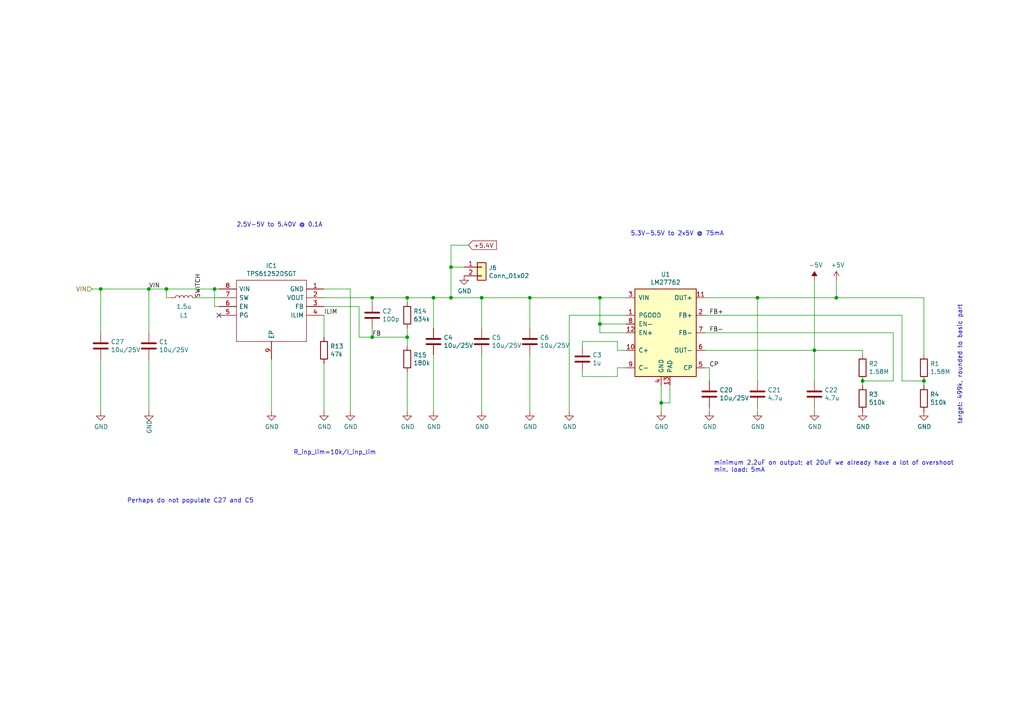
<source format=kicad_sch>
(kicad_sch (version 20211123) (generator eeschema)
  (paper "A4")
  (lib_symbols
    (symbol "BalancedAudioBox:TPS61252DSGT" (pin_names (offset 0.762))
      (property "Reference" "IC" (at 26.67 7.62 0))
      (property "Value" "TPS61252DSGT" (at 26.67 5.08 0))
      (symbol "TPS61252DSGT_0_0"
        (pin bidirectional line (at 0 0 0) (length 5.08) (name "GND") (number "1"))
        (pin bidirectional line (at 0 -2.54 0) (length 5.08) (name "VOUT") (number "2"))
        (pin bidirectional line (at 0 -5.08 0) (length 5.08) (name "FB") (number "3"))
        (pin bidirectional line (at 0 -7.62 0) (length 5.08) (name "ILIM") (number "4"))
        (pin bidirectional line (at 30.48 -7.62 180) (length 5.08) (name "PG") (number "5"))
        (pin bidirectional line (at 30.48 -5.08 180) (length 5.08) (name "EN") (number "6"))
        (pin bidirectional line (at 30.48 -2.54 180) (length 5.08) (name "SW") (number "7"))
        (pin bidirectional line (at 30.48 0 180) (length 5.08) (name "VIN") (number "8"))
        (pin bidirectional line (at 15.24 -20.32 90) (length 5.08) (name "EP") (number "9"))
      )
      (symbol "TPS61252DSGT_0_1"
        (polyline (pts (xy 5.08 2.54) (xy 25.4 2.54) (xy 25.4 -15.24) (xy 5.08 -15.24) (xy 5.08 2.54)) (stroke (width 0.1524)))
      )
    )
    (symbol "Connector_Generic:Conn_01x02" (pin_names (offset 1.016) hide)
      (property "Reference" "J" (at 0 2.54 0))
      (property "Value" "Conn_01x02" (at 0 -5.08 0))
      (symbol "Conn_01x02_1_1"
        (rectangle (start -1.27 -2.413) (end 0 -2.667) (stroke (width 0.1524)))
        (rectangle (start -1.27 0.127) (end 0 -0.127) (stroke (width 0.1524)))
        (rectangle (start -1.27 1.27) (end 1.27 -3.81) (stroke (width 0.254)) (fill (type background)))
        (pin passive line (at -5.08 0 0) (length 3.81) (name "Pin_1") (number "1"))
        (pin passive line (at -5.08 -2.54 0) (length 3.81) (name "Pin_2") (number "2"))
      )
    )
    (symbol "Device:C" (pin_numbers hide) (pin_names (offset 0.254))
      (property "Reference" "C" (at 0.635 2.54 0))
      (property "Value" "C" (at 0.635 -2.54 0))
      (symbol "C_0_1"
        (polyline (pts (xy -2.032 -0.762) (xy 2.032 -0.762)) (stroke (width 0.508)))
        (polyline (pts (xy -2.032 0.762) (xy 2.032 0.762)) (stroke (width 0.508)))
      )
      (symbol "C_1_1"
        (pin passive line (at 0 3.81 270) (length 2.794) (name "~") (number "1"))
        (pin passive line (at 0 -3.81 90) (length 2.794) (name "~") (number "2"))
      )
    )
    (symbol "Device:L" (pin_numbers hide) (pin_names (offset 1.016) hide)
      (property "Reference" "L" (at -1.27 0 90))
      (property "Value" "L" (at 1.905 0 90))
      (symbol "L_0_1"
        (arc (start 0 -2.54) (mid 0.635 -1.905) (end 0 -1.27))
        (arc (start 0 -1.27) (mid 0.635 -0.635) (end 0 0))
        (arc (start 0 0) (mid 0.635 0.635) (end 0 1.27))
        (arc (start 0 1.27) (mid 0.635 1.905) (end 0 2.54))
      )
      (symbol "L_1_1"
        (pin passive line (at 0 3.81 270) (length 1.27) (name "1") (number "1"))
        (pin passive line (at 0 -3.81 90) (length 1.27) (name "2") (number "2"))
      )
    )
    (symbol "Device:R" (pin_numbers hide) (pin_names (offset 0))
      (property "Reference" "R" (at 2.032 0 90))
      (property "Value" "R" (at 0 0 90))
      (symbol "R_0_1"
        (rectangle (start -1.016 -2.54) (end 1.016 2.54) (stroke (width 0.254)))
      )
      (symbol "R_1_1"
        (pin passive line (at 0 3.81 270) (length 1.27) (name "~") (number "1"))
        (pin passive line (at 0 -3.81 90) (length 1.27) (name "~") (number "2"))
      )
    )
    (symbol "Regulator_SwitchedCapacitor:LM27762" (pin_names (offset 1.016))
      (property "Reference" "U" (at -6.604 8.89 0))
      (property "Value" "LM27762" (at 6.096 8.89 0))
      (symbol "LM27762_0_1"
        (rectangle (start -7.62 7.62) (end 10.16 -17.78) (stroke (width 0.254)) (fill (type background)))
      )
      (symbol "LM27762_1_1"
        (pin open_collector line (at -10.16 0 0) (length 2.54) (name "PGOOD") (number "1"))
        (pin passive line (at -10.16 -10.16 0) (length 2.54) (name "C+") (number "10"))
        (pin power_out line (at 12.7 5.08 180) (length 2.54) (name "OUT+") (number "11"))
        (pin input line (at -10.16 -5.08 0) (length 2.54) (name "EN+") (number "12"))
        (pin power_in line (at 2.54 -20.32 90) (length 2.54) (name "PAD") (number "13"))
        (pin input line (at 12.7 0 180) (length 2.54) (name "FB+") (number "2"))
        (pin power_in line (at -10.16 5.08 0) (length 2.54) (name "VIN") (number "3"))
        (pin power_in line (at 0 -20.32 90) (length 2.54) (name "GND") (number "4"))
        (pin passive line (at 12.7 -15.24 180) (length 2.54) (name "CP") (number "5"))
        (pin power_out line (at 12.7 -10.16 180) (length 2.54) (name "OUT-") (number "6"))
        (pin input line (at 12.7 -5.08 180) (length 2.54) (name "FB-") (number "7"))
        (pin input line (at -10.16 -2.54 0) (length 2.54) (name "EN-") (number "8"))
        (pin passive line (at -10.16 -15.24 0) (length 2.54) (name "C-") (number "9"))
      )
    )
    (symbol "power:+5V" (power) (pin_names (offset 0))
      (property "Value" "+5V" (at 0 3.556 0))
      (symbol "+5V_0_1"
        (polyline (pts (xy -0.762 1.27) (xy 0 2.54)))
        (polyline (pts (xy 0 0) (xy 0 2.54)))
        (polyline (pts (xy 0 2.54) (xy 0.762 1.27)))
      )
      (symbol "+5V_1_1"
        (pin power_in line (at 0 0 90) (length 0) hide (name "+5V") (number "1"))
      )
    )
    (symbol "power:-5V" (power) (pin_names (offset 0))
      (property "Value" "-5V" (at 0 3.81 0))
      (symbol "-5V_0_0"
        (pin power_in line (at 0 0 90) (length 0) hide (name "-5V") (number "1"))
      )
      (symbol "-5V_0_1"
        (polyline (pts (xy 0 0) (xy 0 1.27) (xy 0.762 1.27) (xy 0 2.54) (xy -0.762 1.27) (xy 0 1.27)) (fill (type outline)))
      )
    )
    (symbol "power:GND" (power) (pin_names (offset 0))
      (property "Value" "GND" (at 0 -3.81 0))
      (symbol "GND_0_1"
        (polyline (pts (xy 0 0) (xy 0 -1.27) (xy 1.27 -1.27) (xy 0 -2.54) (xy -1.27 -1.27) (xy 0 -1.27)))
      )
      (symbol "GND_1_1"
        (pin power_in line (at 0 0 270) (length 0) hide (name "GND") (number "1"))
      )
    )
  )
  (junction (at 267.97 110.49))
  (junction (at 236.22 101.6))
  (junction (at 219.71 86.36))
  (junction (at 130.81 86.36))
  (junction (at 48.26 83.82))
  (junction (at 153.67 86.36))
  (junction (at 107.95 97.79))
  (junction (at 173.99 86.36))
  (junction (at 107.95 86.36))
  (junction (at 242.57 86.36))
  (junction (at 191.77 116.84))
  (junction (at 43.18 83.82))
  (junction (at 139.7 86.36))
  (junction (at 118.11 86.36))
  (junction (at 125.73 86.36))
  (junction (at 250.19 110.49))
  (junction (at 118.11 97.79))
  (junction (at 29.21 83.82))
  (junction (at 130.81 77.47))
  (junction (at 62.23 83.82))
  (junction (at 173.99 93.98))
  (no_connect (at 63.5 91.44))
  (wire (pts (xy 101.6 83.82) (xy 101.6 119.38)))
  (wire (pts (xy 107.95 97.79) (xy 118.11 97.79)))
  (wire (pts (xy 125.73 86.36) (xy 130.81 86.36)))
  (wire (pts (xy 204.47 101.6) (xy 236.22 101.6)))
  (wire (pts (xy 139.7 95.25) (xy 139.7 86.36)))
  (wire (pts (xy 181.61 93.98) (xy 173.99 93.98)))
  (wire (pts (xy 261.62 110.49) (xy 267.97 110.49)))
  (wire (pts (xy 179.07 99.06) (xy 168.91 99.06)))
  (wire (pts (xy 29.21 119.38) (xy 29.21 104.14)))
  (wire (pts (xy 204.47 106.68) (xy 205.74 106.68)))
  (wire (pts (xy 165.1 91.44) (xy 181.61 91.44)))
  (wire (pts (xy 168.91 109.22) (xy 168.91 107.95)))
  (wire (pts (xy 26.67 83.82) (xy 29.21 83.82)))
  (wire (pts (xy 173.99 93.98) (xy 173.99 86.36)))
  (wire (pts (xy 62.23 83.82) (xy 48.26 83.82)))
  (wire (pts (xy 107.95 86.36) (xy 118.11 86.36)))
  (wire (pts (xy 29.21 83.82) (xy 43.18 83.82)))
  (wire (pts (xy 107.95 95.25) (xy 107.95 97.79)))
  (wire (pts (xy 242.57 81.28) (xy 242.57 86.36)))
  (wire (pts (xy 118.11 86.36) (xy 125.73 86.36)))
  (wire (pts (xy 181.61 101.6) (xy 179.07 101.6)))
  (wire (pts (xy 205.74 106.68) (xy 205.74 110.49)))
  (wire (pts (xy 204.47 86.36) (xy 219.71 86.36)))
  (wire (pts (xy 63.5 88.9) (xy 62.23 88.9)))
  (wire (pts (xy 219.71 119.38) (xy 219.71 118.11)))
  (wire (pts (xy 236.22 101.6) (xy 250.19 101.6)))
  (wire (pts (xy 267.97 111.76) (xy 267.97 110.49)))
  (wire (pts (xy 118.11 86.36) (xy 118.11 87.63)))
  (wire (pts (xy 93.98 86.36) (xy 107.95 86.36)))
  (wire (pts (xy 43.18 83.82) (xy 48.26 83.82)))
  (wire (pts (xy 93.98 83.82) (xy 101.6 83.82)))
  (wire (pts (xy 139.7 86.36) (xy 153.67 86.36)))
  (wire (pts (xy 125.73 102.87) (xy 125.73 119.38)))
  (wire (pts (xy 43.18 119.38) (xy 43.18 104.14)))
  (wire (pts (xy 43.18 96.52) (xy 43.18 83.82)))
  (wire (pts (xy 250.19 110.49) (xy 259.08 110.49)))
  (wire (pts (xy 48.26 86.36) (xy 49.53 86.36)))
  (wire (pts (xy 62.23 88.9) (xy 62.23 83.82)))
  (wire (pts (xy 242.57 86.36) (xy 267.97 86.36)))
  (wire (pts (xy 181.61 96.52) (xy 173.99 96.52)))
  (wire (pts (xy 57.15 86.36) (xy 63.5 86.36)))
  (wire (pts (xy 130.81 77.47) (xy 130.81 71.12)))
  (wire (pts (xy 250.19 110.49) (xy 250.19 111.76)))
  (wire (pts (xy 130.81 71.12) (xy 135.89 71.12)))
  (wire (pts (xy 236.22 81.28) (xy 236.22 101.6)))
  (wire (pts (xy 165.1 119.38) (xy 165.1 91.44)))
  (wire (pts (xy 219.71 86.36) (xy 242.57 86.36)))
  (wire (pts (xy 173.99 96.52) (xy 173.99 93.98)))
  (wire (pts (xy 63.5 83.82) (xy 62.23 83.82)))
  (wire (pts (xy 93.98 105.41) (xy 93.98 119.38)))
  (wire (pts (xy 134.62 77.47) (xy 130.81 77.47)))
  (wire (pts (xy 125.73 86.36) (xy 125.73 95.25)))
  (wire (pts (xy 250.19 101.6) (xy 250.19 102.87)))
  (wire (pts (xy 179.07 109.22) (xy 168.91 109.22)))
  (wire (pts (xy 236.22 110.49) (xy 236.22 101.6)))
  (wire (pts (xy 168.91 99.06) (xy 168.91 100.33)))
  (wire (pts (xy 205.74 119.38) (xy 205.74 118.11)))
  (wire (pts (xy 153.67 102.87) (xy 153.67 119.38)))
  (wire (pts (xy 139.7 102.87) (xy 139.7 119.38)))
  (wire (pts (xy 93.98 97.79) (xy 93.98 91.44)))
  (wire (pts (xy 118.11 97.79) (xy 118.11 100.33)))
  (wire (pts (xy 104.14 97.79) (xy 104.14 88.9)))
  (wire (pts (xy 179.07 106.68) (xy 179.07 109.22)))
  (wire (pts (xy 267.97 86.36) (xy 267.97 102.87)))
  (wire (pts (xy 181.61 86.36) (xy 173.99 86.36)))
  (wire (pts (xy 48.26 83.82) (xy 48.26 86.36)))
  (wire (pts (xy 179.07 101.6) (xy 179.07 99.06)))
  (wire (pts (xy 130.81 77.47) (xy 130.81 86.36)))
  (wire (pts (xy 153.67 95.25) (xy 153.67 86.36)))
  (wire (pts (xy 118.11 95.25) (xy 118.11 97.79)))
  (wire (pts (xy 219.71 110.49) (xy 219.71 86.36)))
  (wire (pts (xy 118.11 107.95) (xy 118.11 119.38)))
  (wire (pts (xy 204.47 96.52) (xy 259.08 96.52)))
  (wire (pts (xy 194.31 116.84) (xy 191.77 116.84)))
  (wire (pts (xy 29.21 96.52) (xy 29.21 83.82)))
  (wire (pts (xy 78.74 104.14) (xy 78.74 119.38)))
  (wire (pts (xy 130.81 86.36) (xy 139.7 86.36)))
  (wire (pts (xy 194.31 111.76) (xy 194.31 116.84)))
  (wire (pts (xy 261.62 91.44) (xy 261.62 110.49)))
  (wire (pts (xy 107.95 87.63) (xy 107.95 86.36)))
  (wire (pts (xy 236.22 119.38) (xy 236.22 118.11)))
  (wire (pts (xy 93.98 88.9) (xy 104.14 88.9)))
  (wire (pts (xy 153.67 86.36) (xy 173.99 86.36)))
  (wire (pts (xy 191.77 116.84) (xy 191.77 119.38)))
  (wire (pts (xy 104.14 97.79) (xy 107.95 97.79)))
  (wire (pts (xy 191.77 111.76) (xy 191.77 116.84)))
  (wire (pts (xy 204.47 91.44) (xy 261.62 91.44)))
  (wire (pts (xy 181.61 106.68) (xy 179.07 106.68)))
  (wire (pts (xy 259.08 110.49) (xy 259.08 96.52)))
  (text "5.3V-5.5V to 2x5V @ 75mA" (at 182.88 68.58 0) (effects (font (size 1.27 1.27)) (justify left bottom)))
  (text "R_inp_lim=10k/I_inp_lim" (at 85.09 132.08 0) (effects (font (size 1.27 1.27)) (justify left bottom)))
  (text "Perhaps do not populate C27 and C5" (at 36.83 146.05 0) (effects (font (size 1.27 1.27)) (justify left bottom)))
  (text "2.5V-5V to 5.40V @ 0.1A" (at 68.58 66.04 0) (effects (font (size 1.27 1.27)) (justify left bottom)))
  (text "target: 499k, rounded to basic part" (at 279.146 123.19 90) (effects (font (size 1.27 1.27)) (justify left bottom)))
  (text "minimum 2.2uF on output; at 20uF we already have a lot of overshoot\nmin. load: 5mA" (at 207.01 137.16 0) (effects (font (size 1.27 1.27)) (justify left bottom)))
  (label "ILIM" (at 93.98 91.44 0))
  (label "FB" (at 107.95 97.79 0))
  (label "SWITCH" (at 58.42 86.36 90))
  (label "FB-" (at 205.74 96.52 0))
  (label "FB+" (at 205.74 91.44 0))
  (label "CP" (at 205.74 106.68 0))
  (label "VIN" (at 43.18 83.82 0))
  (global_label "+5.4V" (shape input) (at 135.89 71.12 0) (property "Intersheet References" "${INTERSHEET_REFS}" (effects hide)))
  (hierarchical_label "VIN" (shape input) (at 26.67 83.82 180))
  (symbol (lib_id "BalancedAudioBox:TPS61252DSGT") (at 93.98 83.82 0) (mirror y) (unit 1)
    (property "Reference" "IC1" (at 78.74 77.089 0))
    (property "Value" "TPS61252DSGT" (at 78.74 79.4004 0))
    (property "Footprint" "BalancedAudioBox:SON50P200X200X80-9N" (effects hide))
    (property "Datasheet" "http://www.ti.com/lit/ds/symlink/tps61252.pdf" (effects hide))
    (property "Description" "TPS61252DSGT, DC-DC Converter, 1500mA Adjustable, 3  6.5 V, Step Up, 3.25 MHz, 8-Pin SON W" (effects hide))
    (property "Height" "0.8" (effects hide))
    (property "Manufacturer_Name" "Texas Instruments" (effects hide))
    (property "Manufacturer_Part_Number" "TPS61252DSGT" (effects hide))
    (property "Mouser Part Number" "595-TPS61252DSGT" (effects hide))
    (property "Mouser Price/Stock" "https://www.mouser.com/Search/Refine.aspx?Keyword=595-TPS61252DSGT" (effects hide))
    (property "RS Part Number" "7300675P" (effects hide))
    (property "RS Price/Stock" "http://uk.rs-online.com/web/p/products/7300675P" (effects hide))
    (property "LCSC" "C128617" (effects hide))
  )
  (symbol (lib_id "Device:C") (at 107.95 91.44 0) (unit 1)
    (property "Reference" "C2" (at 110.871 90.2716 0) (effects (justify left)))
    (property "Value" "100p" (at 110.871 92.583 0) (effects (justify left)))
    (property "Footprint" "Capacitor_SMD:C_0603_1608Metric" (effects hide))
    (property "PN" "GRM1885C2A101JA01D" (effects hide))
  )
  (symbol (lib_id "Device:R") (at 118.11 91.44 0) (unit 1)
    (property "Reference" "R14" (at 119.888 90.2716 0) (effects (justify left)))
    (property "Value" "634k" (at 119.888 92.583 0) (effects (justify left)))
    (property "Footprint" "Resistor_SMD:R_0402_1005Metric" (effects hide))
    (property "LCSC" "C228942" (effects hide))
  )
  (symbol (lib_id "Device:R") (at 118.11 104.14 0) (unit 1)
    (property "Reference" "R15" (at 119.888 102.9716 0) (effects (justify left)))
    (property "Value" "180k" (at 119.888 105.283 0) (effects (justify left)))
    (property "Footprint" "Resistor_SMD:R_0402_1005Metric" (effects hide))
    (property "LCSC" "C25760" (effects hide))
  )
  (symbol (lib_id "Device:L") (at 53.34 86.36 90) (unit 1)
    (property "Reference" "L1" (at 53.34 91.44 90))
    (property "Value" "1.5u" (at 53.34 88.9 90))
    (property "Footprint" "BalancedAudioBox:SRN30151R5Y" (effects hide))
    (property "PN" "SRN3015-1R5Y" (effects hide))
  )
  (symbol (lib_id "power:GND") (at 118.11 119.38 0) (unit 1)
    (property "Reference" "#PWR06" (effects hide))
    (property "Value" "GND" (at 118.237 123.7742 0))
  )
  (symbol (lib_id "power:GND") (at 125.73 119.38 0) (unit 1)
    (property "Reference" "#PWR07" (effects hide))
    (property "Value" "GND" (at 125.857 123.7742 0))
  )
  (symbol (lib_id "power:GND") (at 78.74 119.38 0) (unit 1)
    (property "Reference" "#PWR05" (effects hide))
    (property "Value" "GND" (at 78.867 123.7742 0))
  )
  (symbol (lib_id "Device:C") (at 219.71 114.3 0) (unit 1)
    (property "Reference" "C21" (at 222.631 113.1316 0) (effects (justify left)))
    (property "Value" "4.7u" (at 222.631 115.443 0) (effects (justify left)))
    (property "Footprint" "Capacitor_SMD:C_0603_1608Metric" (effects hide))
  )
  (symbol (lib_id "Device:C") (at 236.22 114.3 0) (unit 1)
    (property "Reference" "C22" (at 239.141 113.1316 0) (effects (justify left)))
    (property "Value" "4.7u" (at 239.141 115.443 0) (effects (justify left)))
    (property "Footprint" "Capacitor_SMD:C_0603_1608Metric" (effects hide))
  )
  (symbol (lib_id "Regulator_SwitchedCapacitor:LM27762") (at 191.77 91.44 0) (unit 1)
    (property "Reference" "U1" (at 193.04 79.5782 0))
    (property "Value" "LM27762" (at 193.04 81.8896 0))
    (property "Footprint" "Package_SON:WSON-12-1EP_3x2mm_P0.5mm_EP1x2.65_ThermalVias" (effects hide))
    (property "Datasheet" "http://www.ti.com/lit/ds/symlink/lm27762.pdf" (effects hide))
  )
  (symbol (lib_id "power:GND") (at 191.77 119.38 0) (unit 1)
    (property "Reference" "#PWR09" (effects hide))
    (property "Value" "GND" (at 191.897 123.7742 0))
  )
  (symbol (lib_id "Device:R") (at 267.97 106.68 0) (unit 1)
    (property "Reference" "R1" (at 269.748 105.5116 0) (effects (justify left)))
    (property "Value" "1.58M" (at 269.748 107.823 0) (effects (justify left)))
    (property "Footprint" "Resistor_SMD:R_0402_1005Metric" (effects hide))
    (property "LCSC" "C477217" (effects hide))
  )
  (symbol (lib_id "Device:R") (at 267.97 115.57 0) (unit 1)
    (property "Reference" "R4" (at 269.748 114.4016 0) (effects (justify left)))
    (property "Value" "510k" (at 269.748 116.713 0) (effects (justify left)))
    (property "Footprint" "Resistor_SMD:R_0402_1005Metric" (effects hide))
    (property "LCSC" "C11616" (effects hide))
  )
  (symbol (lib_id "Device:R") (at 250.19 106.68 0) (unit 1)
    (property "Reference" "R2" (at 251.968 105.5116 0) (effects (justify left)))
    (property "Value" "1.58M" (at 251.968 107.823 0) (effects (justify left)))
    (property "Footprint" "Resistor_SMD:R_0402_1005Metric" (effects hide))
    (property "LCSC" "C477217" (effects hide))
  )
  (symbol (lib_id "Device:R") (at 250.19 115.57 0) (unit 1)
    (property "Reference" "R3" (at 251.968 114.4016 0) (effects (justify left)))
    (property "Value" "510k" (at 251.968 116.713 0) (effects (justify left)))
    (property "Footprint" "Resistor_SMD:R_0402_1005Metric" (effects hide))
    (property "LCSC" "C11616" (effects hide))
  )
  (symbol (lib_id "power:GND") (at 101.6 119.38 0) (unit 1)
    (property "Reference" "#PWR052" (effects hide))
    (property "Value" "GND" (at 101.727 123.7742 0))
  )
  (symbol (lib_id "power:+5V") (at 242.57 81.28 0) (unit 1)
    (property "Reference" "#PWR013" (effects hide))
    (property "Value" "+5V" (at 242.951 76.8858 0))
  )
  (symbol (lib_id "power:-5V") (at 236.22 81.28 0) (unit 1)
    (property "Reference" "#PWR014" (effects hide))
    (property "Value" "-5V" (at 236.601 76.8858 0))
  )
  (symbol (lib_id "Device:R") (at 93.98 101.6 180) (unit 1)
    (property "Reference" "R13" (at 95.758 100.4316 0) (effects (justify right)))
    (property "Value" "47k" (at 95.758 102.743 0) (effects (justify right)))
    (property "Footprint" "Resistor_SMD:R_0402_1005Metric" (effects hide))
  )
  (symbol (lib_id "power:GND") (at 250.19 119.38 0) (unit 1)
    (property "Reference" "#PWR015" (effects hide))
    (property "Value" "GND" (at 250.317 123.7742 0))
  )
  (symbol (lib_id "power:GND") (at 267.97 119.38 0) (unit 1)
    (property "Reference" "#PWR016" (effects hide))
    (property "Value" "GND" (at 268.097 123.7742 0))
  )
  (symbol (lib_id "power:GND") (at 205.74 119.38 0) (unit 1)
    (property "Reference" "#PWR010" (effects hide))
    (property "Value" "GND" (at 205.867 123.7742 0))
  )
  (symbol (lib_id "power:GND") (at 93.98 119.38 0) (unit 1)
    (property "Reference" "#PWR051" (effects hide))
    (property "Value" "GND" (at 94.107 123.7742 0))
  )
  (symbol (lib_id "power:GND") (at 219.71 119.38 0) (unit 1)
    (property "Reference" "#PWR011" (effects hide))
    (property "Value" "GND" (at 219.837 123.7742 0))
  )
  (symbol (lib_id "power:GND") (at 236.22 119.38 0) (unit 1)
    (property "Reference" "#PWR012" (effects hide))
    (property "Value" "GND" (at 236.347 123.7742 0))
  )
  (symbol (lib_id "Device:C") (at 43.18 100.33 0) (unit 1)
    (property "Reference" "C1" (at 46.101 99.1616 0) (effects (justify left)))
    (property "Value" "10u/25V" (at 46.101 101.473 0) (effects (justify left)))
    (property "Footprint" "Capacitor_SMD:C_0805_2012Metric" (effects hide))
    (property "PN" "TMK212BBJ106MG-T" (effects hide))
  )
  (symbol (lib_id "Device:C") (at 125.73 99.06 0) (unit 1)
    (property "Reference" "C4" (at 128.651 97.8916 0) (effects (justify left)))
    (property "Value" "10u/25V" (at 128.651 100.203 0) (effects (justify left)))
    (property "Footprint" "Capacitor_SMD:C_0805_2012Metric" (effects hide))
    (property "PN" "TMK212BBJ106MG-T" (effects hide))
  )
  (symbol (lib_id "Device:C") (at 168.91 104.14 0) (unit 1)
    (property "Reference" "C3" (at 171.831 102.9716 0) (effects (justify left)))
    (property "Value" "1u" (at 171.831 105.283 0) (effects (justify left)))
    (property "Footprint" "Capacitor_SMD:C_0402_1005Metric" (effects hide))
  )
  (symbol (lib_id "power:GND") (at 139.7 119.38 0) (unit 1)
    (property "Reference" "#PWR053" (effects hide))
    (property "Value" "GND" (at 139.827 123.7742 0))
  )
  (symbol (lib_id "Device:C") (at 139.7 99.06 0) (unit 1)
    (property "Reference" "C5" (at 142.621 97.8916 0) (effects (justify left)))
    (property "Value" "10u/25V" (at 142.621 100.203 0) (effects (justify left)))
    (property "Footprint" "Capacitor_SMD:C_0805_2012Metric" (effects hide))
    (property "PN" "TMK212BBJ106MG-T" (effects hide))
  )
  (symbol (lib_id "power:GND") (at 165.1 119.38 0) (unit 1)
    (property "Reference" "#PWR08" (effects hide))
    (property "Value" "GND" (at 165.227 123.7742 0))
  )
  (symbol (lib_id "power:GND") (at 153.67 119.38 0) (unit 1)
    (property "Reference" "#PWR054" (effects hide))
    (property "Value" "GND" (at 153.797 123.7742 0))
  )
  (symbol (lib_id "Device:C") (at 153.67 99.06 0) (unit 1)
    (property "Reference" "C6" (at 156.591 97.8916 0) (effects (justify left)))
    (property "Value" "10u/25V" (at 156.591 100.203 0) (effects (justify left)))
    (property "Footprint" "Capacitor_SMD:C_0805_2012Metric" (effects hide))
    (property "PN" "TMK212BBJ106MG-T" (effects hide))
  )
  (symbol (lib_id "Device:C") (at 29.21 100.33 0) (unit 1)
    (property "Reference" "C27" (at 32.131 99.1616 0) (effects (justify left)))
    (property "Value" "10u/25V" (at 32.131 101.473 0) (effects (justify left)))
    (property "Footprint" "Capacitor_SMD:C_0805_2012Metric" (effects hide))
    (property "PN" "TMK212BBJ106MG-T" (effects hide))
  )
  (symbol (lib_id "power:GND") (at 29.21 119.38 0) (unit 1)
    (property "Reference" "#PWR072" (effects hide))
    (property "Value" "GND" (at 29.337 123.7742 0))
  )
  (symbol (lib_id "power:GND") (at 43.18 119.38 0) (unit 1)
    (property "Reference" "#PWR050" (effects hide))
    (property "Value" "GND" (at 43.307 123.7742 90))
  )
  (symbol (lib_id "Device:C") (at 205.74 114.3 0) (unit 1)
    (property "Reference" "C20" (at 208.661 113.1316 0) (effects (justify left)))
    (property "Value" "10u/25V" (at 208.661 115.443 0) (effects (justify left)))
    (property "Footprint" "Capacitor_SMD:C_0805_2012Metric" (effects hide))
    (property "PN" "TMK212BBJ106MG-T" (effects hide))
  )
  (symbol (lib_id "Connector_Generic:Conn_01x02") (at 139.7 77.47 0) (unit 1) (in_bom no)
    (property "Reference" "J6" (at 141.732 77.6732 0) (effects (justify left)))
    (property "Value" "Conn_01x02" (at 141.732 79.9846 0) (effects (justify left)))
    (property "Footprint" "Connector_PinHeader_2.54mm:PinHeader_1x02_P2.54mm_Vertical" (effects hide))
  )
  (symbol (lib_id "power:GND") (at 134.62 80.01 0) (unit 1)
    (property "Reference" "#PWR077" (effects hide))
    (property "Value" "GND" (at 134.747 84.4042 0))
  )
)
</source>
